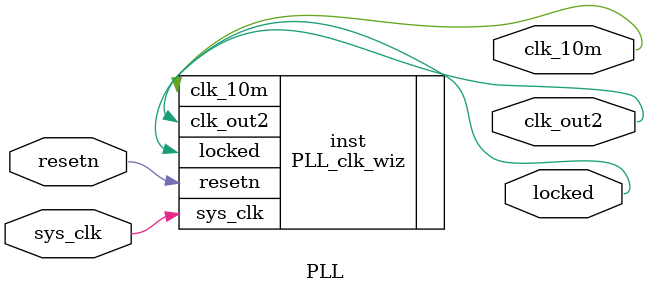
<source format=v>


`timescale 1ps/1ps

(* CORE_GENERATION_INFO = "PLL,clk_wiz_v6_0_9_0_0,{component_name=PLL,use_phase_alignment=true,use_min_o_jitter=false,use_max_i_jitter=false,use_dyn_phase_shift=false,use_inclk_switchover=false,use_dyn_reconfig=false,enable_axi=0,feedback_source=FDBK_AUTO,PRIMITIVE=MMCM,num_out_clk=2,clkin1_period=20.000,clkin2_period=10.0,use_power_down=false,use_reset=true,use_locked=true,use_inclk_stopped=false,feedback_type=SINGLE,CLOCK_MGR_TYPE=NA,manual_override=false}" *)

module PLL 
 (
  // Clock out ports
  output        clk_10m,
  output        clk_out2,
  // Status and control signals
  input         resetn,
  output        locked,
 // Clock in ports
  input         sys_clk
 );

  PLL_clk_wiz inst
  (
  // Clock out ports  
  .clk_10m(clk_10m),
  .clk_out2(clk_out2),
  // Status and control signals               
  .resetn(resetn), 
  .locked(locked),
 // Clock in ports
  .sys_clk(sys_clk)
  );

endmodule

</source>
